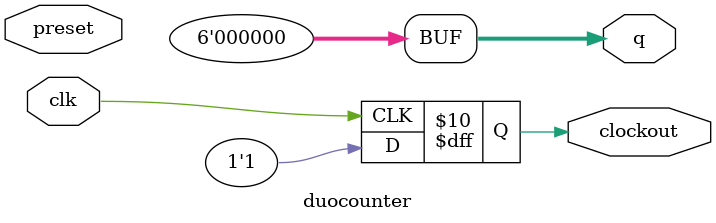
<source format=sv>
module duocounter(
input clk,
input preset,
output clockout,
output [5:0] q
);

assign q = 0;
always_ff @(posedge clk)
begin
	if (q == 0)
	begin
		q = 59;
		clockout = 1;
	end
	else
	begin
		q = q - 1;
		clockout = 0;
	end
end
endmodule
		
</source>
